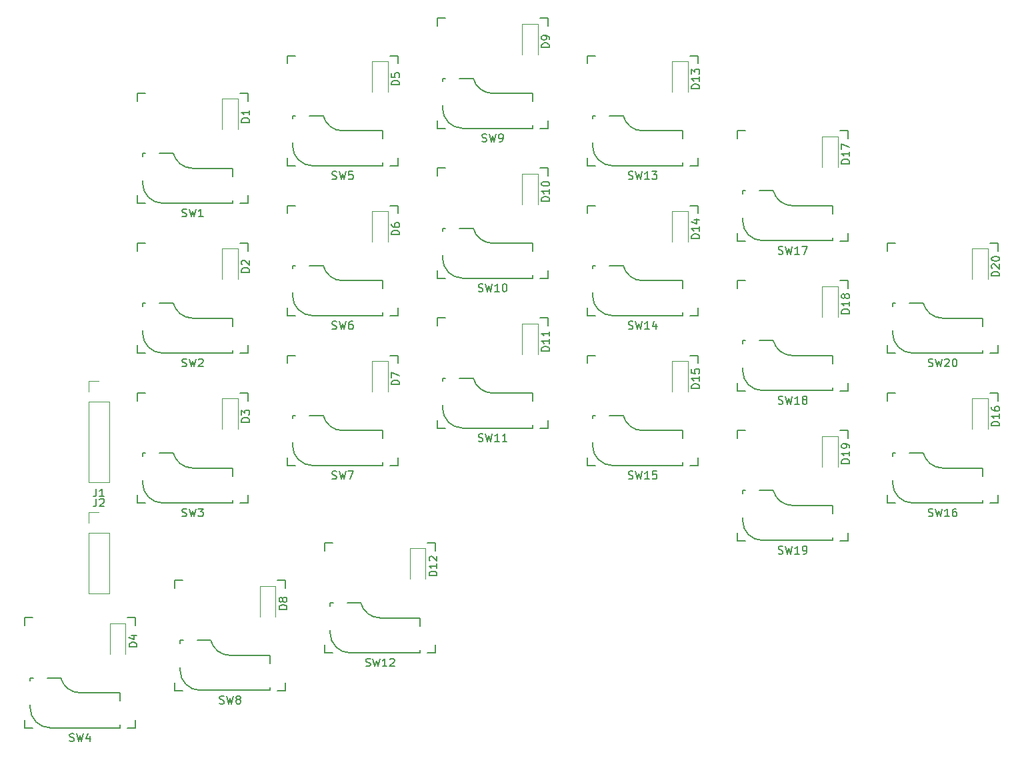
<source format=gto>
G04 #@! TF.GenerationSoftware,KiCad,Pcbnew,5.1.10-88a1d61d58~88~ubuntu18.04.1*
G04 #@! TF.CreationDate,2021-07-26T22:38:52+03:00*
G04 #@! TF.ProjectId,pcb,7063622e-6b69-4636-9164-5f7063625858,rev?*
G04 #@! TF.SameCoordinates,Original*
G04 #@! TF.FileFunction,Legend,Top*
G04 #@! TF.FilePolarity,Positive*
%FSLAX46Y46*%
G04 Gerber Fmt 4.6, Leading zero omitted, Abs format (unit mm)*
G04 Created by KiCad (PCBNEW 5.1.10-88a1d61d58~88~ubuntu18.04.1) date 2021-07-26 22:38:52*
%MOMM*%
%LPD*%
G01*
G04 APERTURE LIST*
%ADD10C,0.150000*%
%ADD11C,0.120000*%
G04 APERTURE END LIST*
D10*
X102538000Y40625000D02*
X102538000Y41625000D01*
X103538000Y54625000D02*
X102538000Y54625000D01*
X102538000Y40625000D02*
X103538000Y40625000D01*
X102538000Y53625000D02*
X102538000Y54625000D01*
X116538000Y54625000D02*
X116538000Y53625000D01*
X115538000Y40625000D02*
X116538000Y40625000D01*
X116538000Y54625000D02*
X115538000Y54625000D01*
X116538000Y41625000D02*
X116538000Y40625000D01*
X83487500Y16812500D02*
X83487500Y17812500D01*
X84487500Y30812500D02*
X83487500Y30812500D01*
X83487500Y16812500D02*
X84487500Y16812500D01*
X83487500Y29812500D02*
X83487500Y30812500D01*
X97487500Y30812500D02*
X97487500Y29812500D01*
X96487500Y16812500D02*
X97487500Y16812500D01*
X97487500Y30812500D02*
X96487500Y30812500D01*
X97487500Y17812500D02*
X97487500Y16812500D01*
X83487500Y35862500D02*
X83487500Y36862500D01*
X84487500Y49862500D02*
X83487500Y49862500D01*
X83487500Y35862500D02*
X84487500Y35862500D01*
X83487500Y48862500D02*
X83487500Y49862500D01*
X97487500Y49862500D02*
X97487500Y48862500D01*
X96487500Y35862500D02*
X97487500Y35862500D01*
X97487500Y49862500D02*
X96487500Y49862500D01*
X97487500Y36862500D02*
X97487500Y35862500D01*
X83487500Y54912500D02*
X83487500Y55912500D01*
X84487500Y68912500D02*
X83487500Y68912500D01*
X83487500Y54912500D02*
X84487500Y54912500D01*
X83487500Y67912500D02*
X83487500Y68912500D01*
X97487500Y68912500D02*
X97487500Y67912500D01*
X96487500Y54912500D02*
X97487500Y54912500D01*
X97487500Y68912500D02*
X96487500Y68912500D01*
X97487500Y55912500D02*
X97487500Y54912500D01*
X102538000Y21575000D02*
X102538000Y22575000D01*
X103538000Y35575000D02*
X102538000Y35575000D01*
X102538000Y21575000D02*
X103538000Y21575000D01*
X102538000Y34575000D02*
X102538000Y35575000D01*
X116538000Y35575000D02*
X116538000Y34575000D01*
X115538000Y21575000D02*
X116538000Y21575000D01*
X116538000Y35575000D02*
X115538000Y35575000D01*
X116538000Y22575000D02*
X116538000Y21575000D01*
X64437500Y26337500D02*
X64437500Y27337500D01*
X65437500Y40337500D02*
X64437500Y40337500D01*
X64437500Y26337500D02*
X65437500Y26337500D01*
X64437500Y39337500D02*
X64437500Y40337500D01*
X78437500Y40337500D02*
X78437500Y39337500D01*
X77437500Y26337500D02*
X78437500Y26337500D01*
X78437500Y40337500D02*
X77437500Y40337500D01*
X78437500Y27337500D02*
X78437500Y26337500D01*
X64437500Y45387500D02*
X64437500Y46387500D01*
X65437500Y59387500D02*
X64437500Y59387500D01*
X64437500Y45387500D02*
X65437500Y45387500D01*
X64437500Y58387500D02*
X64437500Y59387500D01*
X78437500Y59387500D02*
X78437500Y58387500D01*
X77437500Y45387500D02*
X78437500Y45387500D01*
X78437500Y59387500D02*
X77437500Y59387500D01*
X78437500Y46387500D02*
X78437500Y45387500D01*
X64437500Y64437500D02*
X64437500Y65437500D01*
X65437500Y78437500D02*
X64437500Y78437500D01*
X64437500Y64437500D02*
X65437500Y64437500D01*
X64437500Y77437500D02*
X64437500Y78437500D01*
X78437500Y78437500D02*
X78437500Y77437500D01*
X77437500Y64437500D02*
X78437500Y64437500D01*
X78437500Y78437500D02*
X77437500Y78437500D01*
X78437500Y65437500D02*
X78437500Y64437500D01*
X31100000Y2525000D02*
X31100000Y3525000D01*
X32100000Y16525000D02*
X31100000Y16525000D01*
X31100000Y2525000D02*
X32100000Y2525000D01*
X31100000Y15525000D02*
X31100000Y16525000D01*
X45100000Y16525000D02*
X45100000Y15525000D01*
X44100000Y2525000D02*
X45100000Y2525000D01*
X45100000Y16525000D02*
X44100000Y16525000D01*
X45100000Y3525000D02*
X45100000Y2525000D01*
X45387500Y31100000D02*
X45387500Y32100000D01*
X46387500Y45100000D02*
X45387500Y45100000D01*
X45387500Y31100000D02*
X46387500Y31100000D01*
X45387500Y44100000D02*
X45387500Y45100000D01*
X59387500Y45100000D02*
X59387500Y44100000D01*
X58387500Y31100000D02*
X59387500Y31100000D01*
X59387500Y45100000D02*
X58387500Y45100000D01*
X59387500Y32100000D02*
X59387500Y31100000D01*
X45387500Y50150000D02*
X45387500Y51150000D01*
X46387500Y64150000D02*
X45387500Y64150000D01*
X45387500Y50150000D02*
X46387500Y50150000D01*
X45387500Y63150000D02*
X45387500Y64150000D01*
X59387500Y64150000D02*
X59387500Y63150000D01*
X58387500Y50150000D02*
X59387500Y50150000D01*
X59387500Y64150000D02*
X58387500Y64150000D01*
X59387500Y51150000D02*
X59387500Y50150000D01*
X45387500Y69200000D02*
X45387500Y70200000D01*
X46387500Y83200000D02*
X45387500Y83200000D01*
X45387500Y69200000D02*
X46387500Y69200000D01*
X45387500Y82200000D02*
X45387500Y83200000D01*
X59387500Y83200000D02*
X59387500Y82200000D01*
X58387500Y69200000D02*
X59387500Y69200000D01*
X59387500Y83200000D02*
X58387500Y83200000D01*
X59387500Y70200000D02*
X59387500Y69200000D01*
X12050000Y-2237500D02*
X12050000Y-1237500D01*
X13050000Y11762500D02*
X12050000Y11762500D01*
X12050000Y-2237500D02*
X13050000Y-2237500D01*
X12050000Y10762500D02*
X12050000Y11762500D01*
X26050000Y11762500D02*
X26050000Y10762500D01*
X25050000Y-2237500D02*
X26050000Y-2237500D01*
X26050000Y11762500D02*
X25050000Y11762500D01*
X26050000Y-1237500D02*
X26050000Y-2237500D01*
X26337500Y26337500D02*
X26337500Y27337500D01*
X27337500Y40337500D02*
X26337500Y40337500D01*
X26337500Y26337500D02*
X27337500Y26337500D01*
X26337500Y39337500D02*
X26337500Y40337500D01*
X40337500Y40337500D02*
X40337500Y39337500D01*
X39337500Y26337500D02*
X40337500Y26337500D01*
X40337500Y40337500D02*
X39337500Y40337500D01*
X40337500Y27337500D02*
X40337500Y26337500D01*
X26337500Y45387500D02*
X26337500Y46387500D01*
X27337500Y59387500D02*
X26337500Y59387500D01*
X26337500Y45387500D02*
X27337500Y45387500D01*
X26337500Y58387500D02*
X26337500Y59387500D01*
X40337500Y59387500D02*
X40337500Y58387500D01*
X39337500Y45387500D02*
X40337500Y45387500D01*
X40337500Y59387500D02*
X39337500Y59387500D01*
X40337500Y46387500D02*
X40337500Y45387500D01*
X26337500Y64437500D02*
X26337500Y65437500D01*
X27337500Y78437500D02*
X26337500Y78437500D01*
X26337500Y64437500D02*
X27337500Y64437500D01*
X26337500Y77437500D02*
X26337500Y78437500D01*
X40337500Y78437500D02*
X40337500Y77437500D01*
X39337500Y64437500D02*
X40337500Y64437500D01*
X40337500Y78437500D02*
X39337500Y78437500D01*
X40337500Y65437500D02*
X40337500Y64437500D01*
X-7000000Y-7000000D02*
X-7000000Y-6000000D01*
X-6000000Y7000000D02*
X-7000000Y7000000D01*
X-7000000Y-7000000D02*
X-6000000Y-7000000D01*
X-7000000Y6000000D02*
X-7000000Y7000000D01*
X7000000Y7000000D02*
X7000000Y6000000D01*
X6000000Y-7000000D02*
X7000000Y-7000000D01*
X7000000Y7000000D02*
X6000000Y7000000D01*
X7000000Y-6000000D02*
X7000000Y-7000000D01*
X7287500Y21575000D02*
X7287500Y22575000D01*
X8287500Y35575000D02*
X7287500Y35575000D01*
X7287500Y21575000D02*
X8287500Y21575000D01*
X7287500Y34575000D02*
X7287500Y35575000D01*
X21287500Y35575000D02*
X21287500Y34575000D01*
X20287500Y21575000D02*
X21287500Y21575000D01*
X21287500Y35575000D02*
X20287500Y35575000D01*
X21287500Y22575000D02*
X21287500Y21575000D01*
X7287500Y40625000D02*
X7287500Y41625000D01*
X8287500Y54625000D02*
X7287500Y54625000D01*
X7287500Y40625000D02*
X8287500Y40625000D01*
X7287500Y53625000D02*
X7287500Y54625000D01*
X21287500Y54625000D02*
X21287500Y53625000D01*
X20287500Y40625000D02*
X21287500Y40625000D01*
X21287500Y54625000D02*
X20287500Y54625000D01*
X21287500Y41625000D02*
X21287500Y40625000D01*
X7287500Y59675000D02*
X7287500Y60675000D01*
X8287500Y73675000D02*
X7287500Y73675000D01*
X7287500Y59675000D02*
X8287500Y59675000D01*
X7287500Y72675000D02*
X7287500Y73675000D01*
X21287500Y73675000D02*
X21287500Y72675000D01*
X20287500Y59675000D02*
X21287500Y59675000D01*
X21287500Y73675000D02*
X20287500Y73675000D01*
X21287500Y60675000D02*
X21287500Y59675000D01*
X114618000Y40640000D02*
X114618000Y41021000D01*
X105728000Y40640000D02*
X114618000Y40640000D01*
X103188000Y43180000D02*
X103188000Y43561000D01*
X103569000Y46990000D02*
X103188000Y46990000D01*
X107073838Y46990000D02*
X105347000Y46990000D01*
X114618000Y45085000D02*
X109538000Y45085000D01*
X114618000Y44069000D02*
X114618000Y45085000D01*
X103188000Y46609000D02*
X103188000Y46990000D01*
X107073838Y47008960D02*
G75*
G03*
X109538000Y45085000I2464162J616040D01*
G01*
X103188000Y43180000D02*
G75*
G03*
X105728000Y40640000I2540000J0D01*
G01*
X95567500Y16827500D02*
X95567500Y17208500D01*
X86677500Y16827500D02*
X95567500Y16827500D01*
X84137500Y19367500D02*
X84137500Y19748500D01*
X84518500Y23177500D02*
X84137500Y23177500D01*
X88023338Y23177500D02*
X86296500Y23177500D01*
X95567500Y21272500D02*
X90487500Y21272500D01*
X95567500Y20256500D02*
X95567500Y21272500D01*
X84137500Y22796500D02*
X84137500Y23177500D01*
X88023338Y23196460D02*
G75*
G03*
X90487500Y21272500I2464162J616040D01*
G01*
X84137500Y19367500D02*
G75*
G03*
X86677500Y16827500I2540000J0D01*
G01*
X95567500Y35877500D02*
X95567500Y36258500D01*
X86677500Y35877500D02*
X95567500Y35877500D01*
X84137500Y38417500D02*
X84137500Y38798500D01*
X84518500Y42227500D02*
X84137500Y42227500D01*
X88023338Y42227500D02*
X86296500Y42227500D01*
X95567500Y40322500D02*
X90487500Y40322500D01*
X95567500Y39306500D02*
X95567500Y40322500D01*
X84137500Y41846500D02*
X84137500Y42227500D01*
X88023338Y42246460D02*
G75*
G03*
X90487500Y40322500I2464162J616040D01*
G01*
X84137500Y38417500D02*
G75*
G03*
X86677500Y35877500I2540000J0D01*
G01*
X95567500Y54927500D02*
X95567500Y55308500D01*
X86677500Y54927500D02*
X95567500Y54927500D01*
X84137500Y57467500D02*
X84137500Y57848500D01*
X84518500Y61277500D02*
X84137500Y61277500D01*
X88023338Y61277500D02*
X86296500Y61277500D01*
X95567500Y59372500D02*
X90487500Y59372500D01*
X95567500Y58356500D02*
X95567500Y59372500D01*
X84137500Y60896500D02*
X84137500Y61277500D01*
X88023338Y61296460D02*
G75*
G03*
X90487500Y59372500I2464162J616040D01*
G01*
X84137500Y57467500D02*
G75*
G03*
X86677500Y54927500I2540000J0D01*
G01*
X114618000Y21590000D02*
X114618000Y21971000D01*
X105728000Y21590000D02*
X114618000Y21590000D01*
X103188000Y24130000D02*
X103188000Y24511000D01*
X103569000Y27940000D02*
X103188000Y27940000D01*
X107073838Y27940000D02*
X105347000Y27940000D01*
X114618000Y26035000D02*
X109538000Y26035000D01*
X114618000Y25019000D02*
X114618000Y26035000D01*
X103188000Y27559000D02*
X103188000Y27940000D01*
X107073838Y27958960D02*
G75*
G03*
X109538000Y26035000I2464162J616040D01*
G01*
X103188000Y24130000D02*
G75*
G03*
X105728000Y21590000I2540000J0D01*
G01*
X76517500Y26352500D02*
X76517500Y26733500D01*
X67627500Y26352500D02*
X76517500Y26352500D01*
X65087500Y28892500D02*
X65087500Y29273500D01*
X65468500Y32702500D02*
X65087500Y32702500D01*
X68973338Y32702500D02*
X67246500Y32702500D01*
X76517500Y30797500D02*
X71437500Y30797500D01*
X76517500Y29781500D02*
X76517500Y30797500D01*
X65087500Y32321500D02*
X65087500Y32702500D01*
X68973338Y32721460D02*
G75*
G03*
X71437500Y30797500I2464162J616040D01*
G01*
X65087500Y28892500D02*
G75*
G03*
X67627500Y26352500I2540000J0D01*
G01*
X76517500Y45402500D02*
X76517500Y45783500D01*
X67627500Y45402500D02*
X76517500Y45402500D01*
X65087500Y47942500D02*
X65087500Y48323500D01*
X65468500Y51752500D02*
X65087500Y51752500D01*
X68973338Y51752500D02*
X67246500Y51752500D01*
X76517500Y49847500D02*
X71437500Y49847500D01*
X76517500Y48831500D02*
X76517500Y49847500D01*
X65087500Y51371500D02*
X65087500Y51752500D01*
X68973338Y51771460D02*
G75*
G03*
X71437500Y49847500I2464162J616040D01*
G01*
X65087500Y47942500D02*
G75*
G03*
X67627500Y45402500I2540000J0D01*
G01*
X76517500Y64452500D02*
X76517500Y64833500D01*
X67627500Y64452500D02*
X76517500Y64452500D01*
X65087500Y66992500D02*
X65087500Y67373500D01*
X65468500Y70802500D02*
X65087500Y70802500D01*
X68973338Y70802500D02*
X67246500Y70802500D01*
X76517500Y68897500D02*
X71437500Y68897500D01*
X76517500Y67881500D02*
X76517500Y68897500D01*
X65087500Y70421500D02*
X65087500Y70802500D01*
X68973338Y70821460D02*
G75*
G03*
X71437500Y68897500I2464162J616040D01*
G01*
X65087500Y66992500D02*
G75*
G03*
X67627500Y64452500I2540000J0D01*
G01*
X43180000Y2540000D02*
X43180000Y2921000D01*
X34290000Y2540000D02*
X43180000Y2540000D01*
X31750000Y5080000D02*
X31750000Y5461000D01*
X32131000Y8890000D02*
X31750000Y8890000D01*
X35635838Y8890000D02*
X33909000Y8890000D01*
X43180000Y6985000D02*
X38100000Y6985000D01*
X43180000Y5969000D02*
X43180000Y6985000D01*
X31750000Y8509000D02*
X31750000Y8890000D01*
X35635838Y8908960D02*
G75*
G03*
X38100000Y6985000I2464162J616040D01*
G01*
X31750000Y5080000D02*
G75*
G03*
X34290000Y2540000I2540000J0D01*
G01*
X57467500Y31115000D02*
X57467500Y31496000D01*
X48577500Y31115000D02*
X57467500Y31115000D01*
X46037500Y33655000D02*
X46037500Y34036000D01*
X46418500Y37465000D02*
X46037500Y37465000D01*
X49923338Y37465000D02*
X48196500Y37465000D01*
X57467500Y35560000D02*
X52387500Y35560000D01*
X57467500Y34544000D02*
X57467500Y35560000D01*
X46037500Y37084000D02*
X46037500Y37465000D01*
X49923338Y37483960D02*
G75*
G03*
X52387500Y35560000I2464162J616040D01*
G01*
X46037500Y33655000D02*
G75*
G03*
X48577500Y31115000I2540000J0D01*
G01*
X57467500Y50165000D02*
X57467500Y50546000D01*
X48577500Y50165000D02*
X57467500Y50165000D01*
X46037500Y52705000D02*
X46037500Y53086000D01*
X46418500Y56515000D02*
X46037500Y56515000D01*
X49923338Y56515000D02*
X48196500Y56515000D01*
X57467500Y54610000D02*
X52387500Y54610000D01*
X57467500Y53594000D02*
X57467500Y54610000D01*
X46037500Y56134000D02*
X46037500Y56515000D01*
X49923338Y56533960D02*
G75*
G03*
X52387500Y54610000I2464162J616040D01*
G01*
X46037500Y52705000D02*
G75*
G03*
X48577500Y50165000I2540000J0D01*
G01*
X57467500Y69215000D02*
X57467500Y69596000D01*
X48577500Y69215000D02*
X57467500Y69215000D01*
X46037500Y71755000D02*
X46037500Y72136000D01*
X46418500Y75565000D02*
X46037500Y75565000D01*
X49923338Y75565000D02*
X48196500Y75565000D01*
X57467500Y73660000D02*
X52387500Y73660000D01*
X57467500Y72644000D02*
X57467500Y73660000D01*
X46037500Y75184000D02*
X46037500Y75565000D01*
X49923338Y75583960D02*
G75*
G03*
X52387500Y73660000I2464162J616040D01*
G01*
X46037500Y71755000D02*
G75*
G03*
X48577500Y69215000I2540000J0D01*
G01*
X24130000Y-2222500D02*
X24130000Y-1841500D01*
X15240000Y-2222500D02*
X24130000Y-2222500D01*
X12700000Y317500D02*
X12700000Y698500D01*
X13081000Y4127500D02*
X12700000Y4127500D01*
X16585838Y4127500D02*
X14859000Y4127500D01*
X24130000Y2222500D02*
X19050000Y2222500D01*
X24130000Y1206500D02*
X24130000Y2222500D01*
X12700000Y3746500D02*
X12700000Y4127500D01*
X16585838Y4146460D02*
G75*
G03*
X19050000Y2222500I2464162J616040D01*
G01*
X12700000Y317500D02*
G75*
G03*
X15240000Y-2222500I2540000J0D01*
G01*
X38417500Y26352500D02*
X38417500Y26733500D01*
X29527500Y26352500D02*
X38417500Y26352500D01*
X26987500Y28892500D02*
X26987500Y29273500D01*
X27368500Y32702500D02*
X26987500Y32702500D01*
X30873338Y32702500D02*
X29146500Y32702500D01*
X38417500Y30797500D02*
X33337500Y30797500D01*
X38417500Y29781500D02*
X38417500Y30797500D01*
X26987500Y32321500D02*
X26987500Y32702500D01*
X30873338Y32721460D02*
G75*
G03*
X33337500Y30797500I2464162J616040D01*
G01*
X26987500Y28892500D02*
G75*
G03*
X29527500Y26352500I2540000J0D01*
G01*
X38417500Y45402500D02*
X38417500Y45783500D01*
X29527500Y45402500D02*
X38417500Y45402500D01*
X26987500Y47942500D02*
X26987500Y48323500D01*
X27368500Y51752500D02*
X26987500Y51752500D01*
X30873338Y51752500D02*
X29146500Y51752500D01*
X38417500Y49847500D02*
X33337500Y49847500D01*
X38417500Y48831500D02*
X38417500Y49847500D01*
X26987500Y51371500D02*
X26987500Y51752500D01*
X30873338Y51771460D02*
G75*
G03*
X33337500Y49847500I2464162J616040D01*
G01*
X26987500Y47942500D02*
G75*
G03*
X29527500Y45402500I2540000J0D01*
G01*
X38417500Y64452500D02*
X38417500Y64833500D01*
X29527500Y64452500D02*
X38417500Y64452500D01*
X26987500Y66992500D02*
X26987500Y67373500D01*
X27368500Y70802500D02*
X26987500Y70802500D01*
X30873338Y70802500D02*
X29146500Y70802500D01*
X38417500Y68897500D02*
X33337500Y68897500D01*
X38417500Y67881500D02*
X38417500Y68897500D01*
X26987500Y70421500D02*
X26987500Y70802500D01*
X30873338Y70821460D02*
G75*
G03*
X33337500Y68897500I2464162J616040D01*
G01*
X26987500Y66992500D02*
G75*
G03*
X29527500Y64452500I2540000J0D01*
G01*
X5080000Y-6985000D02*
X5080000Y-6604000D01*
X-3810000Y-6985000D02*
X5080000Y-6985000D01*
X-6350000Y-4445000D02*
X-6350000Y-4064000D01*
X-5969000Y-635000D02*
X-6350000Y-635000D01*
X-2464162Y-635000D02*
X-4191000Y-635000D01*
X5080000Y-2540000D02*
X0Y-2540000D01*
X5080000Y-3556000D02*
X5080000Y-2540000D01*
X-6350000Y-1016000D02*
X-6350000Y-635000D01*
X-2464162Y-616040D02*
G75*
G03*
X0Y-2540000I2464162J616040D01*
G01*
X-6350000Y-4445000D02*
G75*
G03*
X-3810000Y-6985000I2540000J0D01*
G01*
X19367500Y21590000D02*
X19367500Y21971000D01*
X10477500Y21590000D02*
X19367500Y21590000D01*
X7937500Y24130000D02*
X7937500Y24511000D01*
X8318500Y27940000D02*
X7937500Y27940000D01*
X11823338Y27940000D02*
X10096500Y27940000D01*
X19367500Y26035000D02*
X14287500Y26035000D01*
X19367500Y25019000D02*
X19367500Y26035000D01*
X7937500Y27559000D02*
X7937500Y27940000D01*
X11823338Y27958960D02*
G75*
G03*
X14287500Y26035000I2464162J616040D01*
G01*
X7937500Y24130000D02*
G75*
G03*
X10477500Y21590000I2540000J0D01*
G01*
X19367500Y40640000D02*
X19367500Y41021000D01*
X10477500Y40640000D02*
X19367500Y40640000D01*
X7937500Y43180000D02*
X7937500Y43561000D01*
X8318500Y46990000D02*
X7937500Y46990000D01*
X11823338Y46990000D02*
X10096500Y46990000D01*
X19367500Y45085000D02*
X14287500Y45085000D01*
X19367500Y44069000D02*
X19367500Y45085000D01*
X7937500Y46609000D02*
X7937500Y46990000D01*
X11823338Y47008960D02*
G75*
G03*
X14287500Y45085000I2464162J616040D01*
G01*
X7937500Y43180000D02*
G75*
G03*
X10477500Y40640000I2540000J0D01*
G01*
X19367500Y59690000D02*
X19367500Y60071000D01*
X10477500Y59690000D02*
X19367500Y59690000D01*
X7937500Y62230000D02*
X7937500Y62611000D01*
X8318500Y66040000D02*
X7937500Y66040000D01*
X11823338Y66040000D02*
X10096500Y66040000D01*
X19367500Y64135000D02*
X14287500Y64135000D01*
X19367500Y63119000D02*
X19367500Y64135000D01*
X7937500Y65659000D02*
X7937500Y66040000D01*
X11823338Y66058960D02*
G75*
G03*
X14287500Y64135000I2464162J616040D01*
G01*
X7937500Y62230000D02*
G75*
G03*
X10477500Y59690000I2540000J0D01*
G01*
D11*
X1051300Y20380000D02*
X2381300Y20380000D01*
X1051300Y19050000D02*
X1051300Y20380000D01*
X1051300Y17780000D02*
X3711300Y17780000D01*
X3711300Y17780000D02*
X3711300Y10100000D01*
X1051300Y17780000D02*
X1051300Y10100000D01*
X1051300Y10100000D02*
X3711300Y10100000D01*
X1051300Y37048800D02*
X2381300Y37048800D01*
X1051300Y35718800D02*
X1051300Y37048800D01*
X1051300Y34448800D02*
X3711300Y34448800D01*
X3711300Y34448800D02*
X3711300Y24228800D01*
X1051300Y34448800D02*
X1051300Y24228800D01*
X1051300Y24228800D02*
X3711300Y24228800D01*
X115300000Y53906200D02*
X115300000Y50006200D01*
X113300000Y53906200D02*
X113300000Y50006200D01*
X115300000Y53906200D02*
X113300000Y53906200D01*
X96250000Y30093800D02*
X94250000Y30093800D01*
X94250000Y30093800D02*
X94250000Y26193800D01*
X96250000Y30093800D02*
X96250000Y26193800D01*
X96250000Y49143800D02*
X96250000Y45243800D01*
X94250000Y49143800D02*
X94250000Y45243800D01*
X96250000Y49143800D02*
X94250000Y49143800D01*
X96250000Y68193800D02*
X96250000Y64293800D01*
X94250000Y68193800D02*
X94250000Y64293800D01*
X96250000Y68193800D02*
X94250000Y68193800D01*
X115300000Y34856200D02*
X115300000Y30956200D01*
X113300000Y34856200D02*
X113300000Y30956200D01*
X115300000Y34856200D02*
X113300000Y34856200D01*
X77200000Y39618800D02*
X77200000Y35718800D01*
X75200000Y39618800D02*
X75200000Y35718800D01*
X77200000Y39618800D02*
X75200000Y39618800D01*
X77200000Y58668800D02*
X77200000Y54768800D01*
X75200000Y58668800D02*
X75200000Y54768800D01*
X77200000Y58668800D02*
X75200000Y58668800D01*
X77200000Y77718800D02*
X77200000Y73818800D01*
X75200000Y77718800D02*
X75200000Y73818800D01*
X77200000Y77718800D02*
X75200000Y77718800D01*
X43862500Y15806200D02*
X43862500Y11906200D01*
X41862500Y15806200D02*
X41862500Y11906200D01*
X43862500Y15806200D02*
X41862500Y15806200D01*
X58150000Y44381200D02*
X58150000Y40481200D01*
X56150000Y44381200D02*
X56150000Y40481200D01*
X58150000Y44381200D02*
X56150000Y44381200D01*
X58150000Y63431200D02*
X58150000Y59531200D01*
X56150000Y63431200D02*
X56150000Y59531200D01*
X58150000Y63431200D02*
X56150000Y63431200D01*
X58150000Y82481200D02*
X58150000Y78581200D01*
X56150000Y82481200D02*
X56150000Y78581200D01*
X58150000Y82481200D02*
X56150000Y82481200D01*
X24812500Y11043800D02*
X24812500Y7143800D01*
X22812500Y11043800D02*
X22812500Y7143800D01*
X24812500Y11043800D02*
X22812500Y11043800D01*
X39100000Y39618800D02*
X39100000Y35718800D01*
X37100000Y39618800D02*
X37100000Y35718800D01*
X39100000Y39618800D02*
X37100000Y39618800D01*
X39100000Y58668800D02*
X39100000Y54768800D01*
X37100000Y58668800D02*
X37100000Y54768800D01*
X39100000Y58668800D02*
X37100000Y58668800D01*
X39100000Y77718800D02*
X39100000Y73818800D01*
X37100000Y77718800D02*
X37100000Y73818800D01*
X39100000Y77718800D02*
X37100000Y77718800D01*
X5762500Y6281300D02*
X5762500Y2381300D01*
X3762500Y6281300D02*
X3762500Y2381300D01*
X5762500Y6281300D02*
X3762500Y6281300D01*
X20050000Y34856200D02*
X20050000Y30956200D01*
X18050000Y34856200D02*
X18050000Y30956200D01*
X20050000Y34856200D02*
X18050000Y34856200D01*
X20050000Y53906200D02*
X20050000Y50006200D01*
X18050000Y53906200D02*
X18050000Y50006200D01*
X20050000Y53906200D02*
X18050000Y53906200D01*
X20050000Y72956200D02*
X20050000Y69056200D01*
X18050000Y72956200D02*
X18050000Y69056200D01*
X20050000Y72956200D02*
X18050000Y72956200D01*
D10*
X107728476Y38965238D02*
X107871333Y38917619D01*
X108109428Y38917619D01*
X108204666Y38965238D01*
X108252285Y39012857D01*
X108299904Y39108095D01*
X108299904Y39203333D01*
X108252285Y39298571D01*
X108204666Y39346190D01*
X108109428Y39393809D01*
X107918952Y39441428D01*
X107823714Y39489047D01*
X107776095Y39536666D01*
X107728476Y39631904D01*
X107728476Y39727142D01*
X107776095Y39822380D01*
X107823714Y39870000D01*
X107918952Y39917619D01*
X108157047Y39917619D01*
X108299904Y39870000D01*
X108633238Y39917619D02*
X108871333Y38917619D01*
X109061809Y39631904D01*
X109252285Y38917619D01*
X109490380Y39917619D01*
X109823714Y39822380D02*
X109871333Y39870000D01*
X109966571Y39917619D01*
X110204666Y39917619D01*
X110299904Y39870000D01*
X110347523Y39822380D01*
X110395142Y39727142D01*
X110395142Y39631904D01*
X110347523Y39489047D01*
X109776095Y38917619D01*
X110395142Y38917619D01*
X111014190Y39917619D02*
X111109428Y39917619D01*
X111204666Y39870000D01*
X111252285Y39822380D01*
X111299904Y39727142D01*
X111347523Y39536666D01*
X111347523Y39298571D01*
X111299904Y39108095D01*
X111252285Y39012857D01*
X111204666Y38965238D01*
X111109428Y38917619D01*
X111014190Y38917619D01*
X110918952Y38965238D01*
X110871333Y39012857D01*
X110823714Y39108095D01*
X110776095Y39298571D01*
X110776095Y39536666D01*
X110823714Y39727142D01*
X110871333Y39822380D01*
X110918952Y39870000D01*
X111014190Y39917619D01*
X88677976Y15152738D02*
X88820833Y15105119D01*
X89058928Y15105119D01*
X89154166Y15152738D01*
X89201785Y15200357D01*
X89249404Y15295595D01*
X89249404Y15390833D01*
X89201785Y15486071D01*
X89154166Y15533690D01*
X89058928Y15581309D01*
X88868452Y15628928D01*
X88773214Y15676547D01*
X88725595Y15724166D01*
X88677976Y15819404D01*
X88677976Y15914642D01*
X88725595Y16009880D01*
X88773214Y16057500D01*
X88868452Y16105119D01*
X89106547Y16105119D01*
X89249404Y16057500D01*
X89582738Y16105119D02*
X89820833Y15105119D01*
X90011309Y15819404D01*
X90201785Y15105119D01*
X90439880Y16105119D01*
X91344642Y15105119D02*
X90773214Y15105119D01*
X91058928Y15105119D02*
X91058928Y16105119D01*
X90963690Y15962261D01*
X90868452Y15867023D01*
X90773214Y15819404D01*
X91820833Y15105119D02*
X92011309Y15105119D01*
X92106547Y15152738D01*
X92154166Y15200357D01*
X92249404Y15343214D01*
X92297023Y15533690D01*
X92297023Y15914642D01*
X92249404Y16009880D01*
X92201785Y16057500D01*
X92106547Y16105119D01*
X91916071Y16105119D01*
X91820833Y16057500D01*
X91773214Y16009880D01*
X91725595Y15914642D01*
X91725595Y15676547D01*
X91773214Y15581309D01*
X91820833Y15533690D01*
X91916071Y15486071D01*
X92106547Y15486071D01*
X92201785Y15533690D01*
X92249404Y15581309D01*
X92297023Y15676547D01*
X88677976Y34202738D02*
X88820833Y34155119D01*
X89058928Y34155119D01*
X89154166Y34202738D01*
X89201785Y34250357D01*
X89249404Y34345595D01*
X89249404Y34440833D01*
X89201785Y34536071D01*
X89154166Y34583690D01*
X89058928Y34631309D01*
X88868452Y34678928D01*
X88773214Y34726547D01*
X88725595Y34774166D01*
X88677976Y34869404D01*
X88677976Y34964642D01*
X88725595Y35059880D01*
X88773214Y35107500D01*
X88868452Y35155119D01*
X89106547Y35155119D01*
X89249404Y35107500D01*
X89582738Y35155119D02*
X89820833Y34155119D01*
X90011309Y34869404D01*
X90201785Y34155119D01*
X90439880Y35155119D01*
X91344642Y34155119D02*
X90773214Y34155119D01*
X91058928Y34155119D02*
X91058928Y35155119D01*
X90963690Y35012261D01*
X90868452Y34917023D01*
X90773214Y34869404D01*
X91916071Y34726547D02*
X91820833Y34774166D01*
X91773214Y34821785D01*
X91725595Y34917023D01*
X91725595Y34964642D01*
X91773214Y35059880D01*
X91820833Y35107500D01*
X91916071Y35155119D01*
X92106547Y35155119D01*
X92201785Y35107500D01*
X92249404Y35059880D01*
X92297023Y34964642D01*
X92297023Y34917023D01*
X92249404Y34821785D01*
X92201785Y34774166D01*
X92106547Y34726547D01*
X91916071Y34726547D01*
X91820833Y34678928D01*
X91773214Y34631309D01*
X91725595Y34536071D01*
X91725595Y34345595D01*
X91773214Y34250357D01*
X91820833Y34202738D01*
X91916071Y34155119D01*
X92106547Y34155119D01*
X92201785Y34202738D01*
X92249404Y34250357D01*
X92297023Y34345595D01*
X92297023Y34536071D01*
X92249404Y34631309D01*
X92201785Y34678928D01*
X92106547Y34726547D01*
X88677976Y53252738D02*
X88820833Y53205119D01*
X89058928Y53205119D01*
X89154166Y53252738D01*
X89201785Y53300357D01*
X89249404Y53395595D01*
X89249404Y53490833D01*
X89201785Y53586071D01*
X89154166Y53633690D01*
X89058928Y53681309D01*
X88868452Y53728928D01*
X88773214Y53776547D01*
X88725595Y53824166D01*
X88677976Y53919404D01*
X88677976Y54014642D01*
X88725595Y54109880D01*
X88773214Y54157500D01*
X88868452Y54205119D01*
X89106547Y54205119D01*
X89249404Y54157500D01*
X89582738Y54205119D02*
X89820833Y53205119D01*
X90011309Y53919404D01*
X90201785Y53205119D01*
X90439880Y54205119D01*
X91344642Y53205119D02*
X90773214Y53205119D01*
X91058928Y53205119D02*
X91058928Y54205119D01*
X90963690Y54062261D01*
X90868452Y53967023D01*
X90773214Y53919404D01*
X91677976Y54205119D02*
X92344642Y54205119D01*
X91916071Y53205119D01*
X107728476Y19915238D02*
X107871333Y19867619D01*
X108109428Y19867619D01*
X108204666Y19915238D01*
X108252285Y19962857D01*
X108299904Y20058095D01*
X108299904Y20153333D01*
X108252285Y20248571D01*
X108204666Y20296190D01*
X108109428Y20343809D01*
X107918952Y20391428D01*
X107823714Y20439047D01*
X107776095Y20486666D01*
X107728476Y20581904D01*
X107728476Y20677142D01*
X107776095Y20772380D01*
X107823714Y20820000D01*
X107918952Y20867619D01*
X108157047Y20867619D01*
X108299904Y20820000D01*
X108633238Y20867619D02*
X108871333Y19867619D01*
X109061809Y20581904D01*
X109252285Y19867619D01*
X109490380Y20867619D01*
X110395142Y19867619D02*
X109823714Y19867619D01*
X110109428Y19867619D02*
X110109428Y20867619D01*
X110014190Y20724761D01*
X109918952Y20629523D01*
X109823714Y20581904D01*
X111252285Y20867619D02*
X111061809Y20867619D01*
X110966571Y20820000D01*
X110918952Y20772380D01*
X110823714Y20629523D01*
X110776095Y20439047D01*
X110776095Y20058095D01*
X110823714Y19962857D01*
X110871333Y19915238D01*
X110966571Y19867619D01*
X111157047Y19867619D01*
X111252285Y19915238D01*
X111299904Y19962857D01*
X111347523Y20058095D01*
X111347523Y20296190D01*
X111299904Y20391428D01*
X111252285Y20439047D01*
X111157047Y20486666D01*
X110966571Y20486666D01*
X110871333Y20439047D01*
X110823714Y20391428D01*
X110776095Y20296190D01*
X69627976Y24677738D02*
X69770833Y24630119D01*
X70008928Y24630119D01*
X70104166Y24677738D01*
X70151785Y24725357D01*
X70199404Y24820595D01*
X70199404Y24915833D01*
X70151785Y25011071D01*
X70104166Y25058690D01*
X70008928Y25106309D01*
X69818452Y25153928D01*
X69723214Y25201547D01*
X69675595Y25249166D01*
X69627976Y25344404D01*
X69627976Y25439642D01*
X69675595Y25534880D01*
X69723214Y25582500D01*
X69818452Y25630119D01*
X70056547Y25630119D01*
X70199404Y25582500D01*
X70532738Y25630119D02*
X70770833Y24630119D01*
X70961309Y25344404D01*
X71151785Y24630119D01*
X71389880Y25630119D01*
X72294642Y24630119D02*
X71723214Y24630119D01*
X72008928Y24630119D02*
X72008928Y25630119D01*
X71913690Y25487261D01*
X71818452Y25392023D01*
X71723214Y25344404D01*
X73199404Y25630119D02*
X72723214Y25630119D01*
X72675595Y25153928D01*
X72723214Y25201547D01*
X72818452Y25249166D01*
X73056547Y25249166D01*
X73151785Y25201547D01*
X73199404Y25153928D01*
X73247023Y25058690D01*
X73247023Y24820595D01*
X73199404Y24725357D01*
X73151785Y24677738D01*
X73056547Y24630119D01*
X72818452Y24630119D01*
X72723214Y24677738D01*
X72675595Y24725357D01*
X69627976Y43727738D02*
X69770833Y43680119D01*
X70008928Y43680119D01*
X70104166Y43727738D01*
X70151785Y43775357D01*
X70199404Y43870595D01*
X70199404Y43965833D01*
X70151785Y44061071D01*
X70104166Y44108690D01*
X70008928Y44156309D01*
X69818452Y44203928D01*
X69723214Y44251547D01*
X69675595Y44299166D01*
X69627976Y44394404D01*
X69627976Y44489642D01*
X69675595Y44584880D01*
X69723214Y44632500D01*
X69818452Y44680119D01*
X70056547Y44680119D01*
X70199404Y44632500D01*
X70532738Y44680119D02*
X70770833Y43680119D01*
X70961309Y44394404D01*
X71151785Y43680119D01*
X71389880Y44680119D01*
X72294642Y43680119D02*
X71723214Y43680119D01*
X72008928Y43680119D02*
X72008928Y44680119D01*
X71913690Y44537261D01*
X71818452Y44442023D01*
X71723214Y44394404D01*
X73151785Y44346785D02*
X73151785Y43680119D01*
X72913690Y44727738D02*
X72675595Y44013452D01*
X73294642Y44013452D01*
X69627976Y62777738D02*
X69770833Y62730119D01*
X70008928Y62730119D01*
X70104166Y62777738D01*
X70151785Y62825357D01*
X70199404Y62920595D01*
X70199404Y63015833D01*
X70151785Y63111071D01*
X70104166Y63158690D01*
X70008928Y63206309D01*
X69818452Y63253928D01*
X69723214Y63301547D01*
X69675595Y63349166D01*
X69627976Y63444404D01*
X69627976Y63539642D01*
X69675595Y63634880D01*
X69723214Y63682500D01*
X69818452Y63730119D01*
X70056547Y63730119D01*
X70199404Y63682500D01*
X70532738Y63730119D02*
X70770833Y62730119D01*
X70961309Y63444404D01*
X71151785Y62730119D01*
X71389880Y63730119D01*
X72294642Y62730119D02*
X71723214Y62730119D01*
X72008928Y62730119D02*
X72008928Y63730119D01*
X71913690Y63587261D01*
X71818452Y63492023D01*
X71723214Y63444404D01*
X72627976Y63730119D02*
X73247023Y63730119D01*
X72913690Y63349166D01*
X73056547Y63349166D01*
X73151785Y63301547D01*
X73199404Y63253928D01*
X73247023Y63158690D01*
X73247023Y62920595D01*
X73199404Y62825357D01*
X73151785Y62777738D01*
X73056547Y62730119D01*
X72770833Y62730119D01*
X72675595Y62777738D01*
X72627976Y62825357D01*
X36290476Y865238D02*
X36433333Y817619D01*
X36671428Y817619D01*
X36766666Y865238D01*
X36814285Y912857D01*
X36861904Y1008095D01*
X36861904Y1103333D01*
X36814285Y1198571D01*
X36766666Y1246190D01*
X36671428Y1293809D01*
X36480952Y1341428D01*
X36385714Y1389047D01*
X36338095Y1436666D01*
X36290476Y1531904D01*
X36290476Y1627142D01*
X36338095Y1722380D01*
X36385714Y1770000D01*
X36480952Y1817619D01*
X36719047Y1817619D01*
X36861904Y1770000D01*
X37195238Y1817619D02*
X37433333Y817619D01*
X37623809Y1531904D01*
X37814285Y817619D01*
X38052380Y1817619D01*
X38957142Y817619D02*
X38385714Y817619D01*
X38671428Y817619D02*
X38671428Y1817619D01*
X38576190Y1674761D01*
X38480952Y1579523D01*
X38385714Y1531904D01*
X39338095Y1722380D02*
X39385714Y1770000D01*
X39480952Y1817619D01*
X39719047Y1817619D01*
X39814285Y1770000D01*
X39861904Y1722380D01*
X39909523Y1627142D01*
X39909523Y1531904D01*
X39861904Y1389047D01*
X39290476Y817619D01*
X39909523Y817619D01*
X50577976Y29440238D02*
X50720833Y29392619D01*
X50958928Y29392619D01*
X51054166Y29440238D01*
X51101785Y29487857D01*
X51149404Y29583095D01*
X51149404Y29678333D01*
X51101785Y29773571D01*
X51054166Y29821190D01*
X50958928Y29868809D01*
X50768452Y29916428D01*
X50673214Y29964047D01*
X50625595Y30011666D01*
X50577976Y30106904D01*
X50577976Y30202142D01*
X50625595Y30297380D01*
X50673214Y30345000D01*
X50768452Y30392619D01*
X51006547Y30392619D01*
X51149404Y30345000D01*
X51482738Y30392619D02*
X51720833Y29392619D01*
X51911309Y30106904D01*
X52101785Y29392619D01*
X52339880Y30392619D01*
X53244642Y29392619D02*
X52673214Y29392619D01*
X52958928Y29392619D02*
X52958928Y30392619D01*
X52863690Y30249761D01*
X52768452Y30154523D01*
X52673214Y30106904D01*
X54197023Y29392619D02*
X53625595Y29392619D01*
X53911309Y29392619D02*
X53911309Y30392619D01*
X53816071Y30249761D01*
X53720833Y30154523D01*
X53625595Y30106904D01*
X50577976Y48490238D02*
X50720833Y48442619D01*
X50958928Y48442619D01*
X51054166Y48490238D01*
X51101785Y48537857D01*
X51149404Y48633095D01*
X51149404Y48728333D01*
X51101785Y48823571D01*
X51054166Y48871190D01*
X50958928Y48918809D01*
X50768452Y48966428D01*
X50673214Y49014047D01*
X50625595Y49061666D01*
X50577976Y49156904D01*
X50577976Y49252142D01*
X50625595Y49347380D01*
X50673214Y49395000D01*
X50768452Y49442619D01*
X51006547Y49442619D01*
X51149404Y49395000D01*
X51482738Y49442619D02*
X51720833Y48442619D01*
X51911309Y49156904D01*
X52101785Y48442619D01*
X52339880Y49442619D01*
X53244642Y48442619D02*
X52673214Y48442619D01*
X52958928Y48442619D02*
X52958928Y49442619D01*
X52863690Y49299761D01*
X52768452Y49204523D01*
X52673214Y49156904D01*
X53863690Y49442619D02*
X53958928Y49442619D01*
X54054166Y49395000D01*
X54101785Y49347380D01*
X54149404Y49252142D01*
X54197023Y49061666D01*
X54197023Y48823571D01*
X54149404Y48633095D01*
X54101785Y48537857D01*
X54054166Y48490238D01*
X53958928Y48442619D01*
X53863690Y48442619D01*
X53768452Y48490238D01*
X53720833Y48537857D01*
X53673214Y48633095D01*
X53625595Y48823571D01*
X53625595Y49061666D01*
X53673214Y49252142D01*
X53720833Y49347380D01*
X53768452Y49395000D01*
X53863690Y49442619D01*
X51054166Y67540238D02*
X51197023Y67492619D01*
X51435119Y67492619D01*
X51530357Y67540238D01*
X51577976Y67587857D01*
X51625595Y67683095D01*
X51625595Y67778333D01*
X51577976Y67873571D01*
X51530357Y67921190D01*
X51435119Y67968809D01*
X51244642Y68016428D01*
X51149404Y68064047D01*
X51101785Y68111666D01*
X51054166Y68206904D01*
X51054166Y68302142D01*
X51101785Y68397380D01*
X51149404Y68445000D01*
X51244642Y68492619D01*
X51482738Y68492619D01*
X51625595Y68445000D01*
X51958928Y68492619D02*
X52197023Y67492619D01*
X52387500Y68206904D01*
X52577976Y67492619D01*
X52816071Y68492619D01*
X53244642Y67492619D02*
X53435119Y67492619D01*
X53530357Y67540238D01*
X53577976Y67587857D01*
X53673214Y67730714D01*
X53720833Y67921190D01*
X53720833Y68302142D01*
X53673214Y68397380D01*
X53625595Y68445000D01*
X53530357Y68492619D01*
X53339880Y68492619D01*
X53244642Y68445000D01*
X53197023Y68397380D01*
X53149404Y68302142D01*
X53149404Y68064047D01*
X53197023Y67968809D01*
X53244642Y67921190D01*
X53339880Y67873571D01*
X53530357Y67873571D01*
X53625595Y67921190D01*
X53673214Y67968809D01*
X53720833Y68064047D01*
X17716666Y-3897261D02*
X17859523Y-3944880D01*
X18097619Y-3944880D01*
X18192857Y-3897261D01*
X18240476Y-3849642D01*
X18288095Y-3754404D01*
X18288095Y-3659166D01*
X18240476Y-3563928D01*
X18192857Y-3516309D01*
X18097619Y-3468690D01*
X17907142Y-3421071D01*
X17811904Y-3373452D01*
X17764285Y-3325833D01*
X17716666Y-3230595D01*
X17716666Y-3135357D01*
X17764285Y-3040119D01*
X17811904Y-2992500D01*
X17907142Y-2944880D01*
X18145238Y-2944880D01*
X18288095Y-2992500D01*
X18621428Y-2944880D02*
X18859523Y-3944880D01*
X19050000Y-3230595D01*
X19240476Y-3944880D01*
X19478571Y-2944880D01*
X20002380Y-3373452D02*
X19907142Y-3325833D01*
X19859523Y-3278214D01*
X19811904Y-3182976D01*
X19811904Y-3135357D01*
X19859523Y-3040119D01*
X19907142Y-2992500D01*
X20002380Y-2944880D01*
X20192857Y-2944880D01*
X20288095Y-2992500D01*
X20335714Y-3040119D01*
X20383333Y-3135357D01*
X20383333Y-3182976D01*
X20335714Y-3278214D01*
X20288095Y-3325833D01*
X20192857Y-3373452D01*
X20002380Y-3373452D01*
X19907142Y-3421071D01*
X19859523Y-3468690D01*
X19811904Y-3563928D01*
X19811904Y-3754404D01*
X19859523Y-3849642D01*
X19907142Y-3897261D01*
X20002380Y-3944880D01*
X20192857Y-3944880D01*
X20288095Y-3897261D01*
X20335714Y-3849642D01*
X20383333Y-3754404D01*
X20383333Y-3563928D01*
X20335714Y-3468690D01*
X20288095Y-3421071D01*
X20192857Y-3373452D01*
X32004166Y24677738D02*
X32147023Y24630119D01*
X32385119Y24630119D01*
X32480357Y24677738D01*
X32527976Y24725357D01*
X32575595Y24820595D01*
X32575595Y24915833D01*
X32527976Y25011071D01*
X32480357Y25058690D01*
X32385119Y25106309D01*
X32194642Y25153928D01*
X32099404Y25201547D01*
X32051785Y25249166D01*
X32004166Y25344404D01*
X32004166Y25439642D01*
X32051785Y25534880D01*
X32099404Y25582500D01*
X32194642Y25630119D01*
X32432738Y25630119D01*
X32575595Y25582500D01*
X32908928Y25630119D02*
X33147023Y24630119D01*
X33337500Y25344404D01*
X33527976Y24630119D01*
X33766071Y25630119D01*
X34051785Y25630119D02*
X34718452Y25630119D01*
X34289880Y24630119D01*
X32004166Y43727738D02*
X32147023Y43680119D01*
X32385119Y43680119D01*
X32480357Y43727738D01*
X32527976Y43775357D01*
X32575595Y43870595D01*
X32575595Y43965833D01*
X32527976Y44061071D01*
X32480357Y44108690D01*
X32385119Y44156309D01*
X32194642Y44203928D01*
X32099404Y44251547D01*
X32051785Y44299166D01*
X32004166Y44394404D01*
X32004166Y44489642D01*
X32051785Y44584880D01*
X32099404Y44632500D01*
X32194642Y44680119D01*
X32432738Y44680119D01*
X32575595Y44632500D01*
X32908928Y44680119D02*
X33147023Y43680119D01*
X33337500Y44394404D01*
X33527976Y43680119D01*
X33766071Y44680119D01*
X34575595Y44680119D02*
X34385119Y44680119D01*
X34289880Y44632500D01*
X34242261Y44584880D01*
X34147023Y44442023D01*
X34099404Y44251547D01*
X34099404Y43870595D01*
X34147023Y43775357D01*
X34194642Y43727738D01*
X34289880Y43680119D01*
X34480357Y43680119D01*
X34575595Y43727738D01*
X34623214Y43775357D01*
X34670833Y43870595D01*
X34670833Y44108690D01*
X34623214Y44203928D01*
X34575595Y44251547D01*
X34480357Y44299166D01*
X34289880Y44299166D01*
X34194642Y44251547D01*
X34147023Y44203928D01*
X34099404Y44108690D01*
X32004166Y62777738D02*
X32147023Y62730119D01*
X32385119Y62730119D01*
X32480357Y62777738D01*
X32527976Y62825357D01*
X32575595Y62920595D01*
X32575595Y63015833D01*
X32527976Y63111071D01*
X32480357Y63158690D01*
X32385119Y63206309D01*
X32194642Y63253928D01*
X32099404Y63301547D01*
X32051785Y63349166D01*
X32004166Y63444404D01*
X32004166Y63539642D01*
X32051785Y63634880D01*
X32099404Y63682500D01*
X32194642Y63730119D01*
X32432738Y63730119D01*
X32575595Y63682500D01*
X32908928Y63730119D02*
X33147023Y62730119D01*
X33337500Y63444404D01*
X33527976Y62730119D01*
X33766071Y63730119D01*
X34623214Y63730119D02*
X34147023Y63730119D01*
X34099404Y63253928D01*
X34147023Y63301547D01*
X34242261Y63349166D01*
X34480357Y63349166D01*
X34575595Y63301547D01*
X34623214Y63253928D01*
X34670833Y63158690D01*
X34670833Y62920595D01*
X34623214Y62825357D01*
X34575595Y62777738D01*
X34480357Y62730119D01*
X34242261Y62730119D01*
X34147023Y62777738D01*
X34099404Y62825357D01*
X-1333333Y-8659761D02*
X-1190476Y-8707380D01*
X-952380Y-8707380D01*
X-857142Y-8659761D01*
X-809523Y-8612142D01*
X-761904Y-8516904D01*
X-761904Y-8421666D01*
X-809523Y-8326428D01*
X-857142Y-8278809D01*
X-952380Y-8231190D01*
X-1142857Y-8183571D01*
X-1238095Y-8135952D01*
X-1285714Y-8088333D01*
X-1333333Y-7993095D01*
X-1333333Y-7897857D01*
X-1285714Y-7802619D01*
X-1238095Y-7755000D01*
X-1142857Y-7707380D01*
X-904761Y-7707380D01*
X-761904Y-7755000D01*
X-428571Y-7707380D02*
X-190476Y-8707380D01*
X0Y-7993095D01*
X190476Y-8707380D01*
X428571Y-7707380D01*
X1238095Y-8040714D02*
X1238095Y-8707380D01*
X1000000Y-7659761D02*
X761904Y-8374047D01*
X1380952Y-8374047D01*
X12954166Y19915238D02*
X13097023Y19867619D01*
X13335119Y19867619D01*
X13430357Y19915238D01*
X13477976Y19962857D01*
X13525595Y20058095D01*
X13525595Y20153333D01*
X13477976Y20248571D01*
X13430357Y20296190D01*
X13335119Y20343809D01*
X13144642Y20391428D01*
X13049404Y20439047D01*
X13001785Y20486666D01*
X12954166Y20581904D01*
X12954166Y20677142D01*
X13001785Y20772380D01*
X13049404Y20820000D01*
X13144642Y20867619D01*
X13382738Y20867619D01*
X13525595Y20820000D01*
X13858928Y20867619D02*
X14097023Y19867619D01*
X14287500Y20581904D01*
X14477976Y19867619D01*
X14716071Y20867619D01*
X15001785Y20867619D02*
X15620833Y20867619D01*
X15287500Y20486666D01*
X15430357Y20486666D01*
X15525595Y20439047D01*
X15573214Y20391428D01*
X15620833Y20296190D01*
X15620833Y20058095D01*
X15573214Y19962857D01*
X15525595Y19915238D01*
X15430357Y19867619D01*
X15144642Y19867619D01*
X15049404Y19915238D01*
X15001785Y19962857D01*
X12954166Y38965238D02*
X13097023Y38917619D01*
X13335119Y38917619D01*
X13430357Y38965238D01*
X13477976Y39012857D01*
X13525595Y39108095D01*
X13525595Y39203333D01*
X13477976Y39298571D01*
X13430357Y39346190D01*
X13335119Y39393809D01*
X13144642Y39441428D01*
X13049404Y39489047D01*
X13001785Y39536666D01*
X12954166Y39631904D01*
X12954166Y39727142D01*
X13001785Y39822380D01*
X13049404Y39870000D01*
X13144642Y39917619D01*
X13382738Y39917619D01*
X13525595Y39870000D01*
X13858928Y39917619D02*
X14097023Y38917619D01*
X14287500Y39631904D01*
X14477976Y38917619D01*
X14716071Y39917619D01*
X15049404Y39822380D02*
X15097023Y39870000D01*
X15192261Y39917619D01*
X15430357Y39917619D01*
X15525595Y39870000D01*
X15573214Y39822380D01*
X15620833Y39727142D01*
X15620833Y39631904D01*
X15573214Y39489047D01*
X15001785Y38917619D01*
X15620833Y38917619D01*
X12954166Y58015238D02*
X13097023Y57967619D01*
X13335119Y57967619D01*
X13430357Y58015238D01*
X13477976Y58062857D01*
X13525595Y58158095D01*
X13525595Y58253333D01*
X13477976Y58348571D01*
X13430357Y58396190D01*
X13335119Y58443809D01*
X13144642Y58491428D01*
X13049404Y58539047D01*
X13001785Y58586666D01*
X12954166Y58681904D01*
X12954166Y58777142D01*
X13001785Y58872380D01*
X13049404Y58920000D01*
X13144642Y58967619D01*
X13382738Y58967619D01*
X13525595Y58920000D01*
X13858928Y58967619D02*
X14097023Y57967619D01*
X14287500Y58681904D01*
X14477976Y57967619D01*
X14716071Y58967619D01*
X15620833Y57967619D02*
X15049404Y57967619D01*
X15335119Y57967619D02*
X15335119Y58967619D01*
X15239880Y58824761D01*
X15144642Y58729523D01*
X15049404Y58681904D01*
X2047966Y22137619D02*
X2047966Y21423333D01*
X2000347Y21280476D01*
X1905109Y21185238D01*
X1762252Y21137619D01*
X1667014Y21137619D01*
X2476538Y22042380D02*
X2524157Y22090000D01*
X2619395Y22137619D01*
X2857490Y22137619D01*
X2952728Y22090000D01*
X3000347Y22042380D01*
X3047966Y21947142D01*
X3047966Y21851904D01*
X3000347Y21709047D01*
X2428919Y21137619D01*
X3047966Y21137619D01*
X2047926Y23407619D02*
X2047926Y22693333D01*
X2000307Y22550476D01*
X1905069Y22455238D01*
X1762212Y22407619D01*
X1666974Y22407619D01*
X3047926Y22407619D02*
X2476498Y22407619D01*
X2762212Y22407619D02*
X2762212Y23407619D01*
X2666974Y23264761D01*
X2571736Y23169523D01*
X2476498Y23121904D01*
X116752380Y50441914D02*
X115752380Y50441914D01*
X115752380Y50680009D01*
X115800000Y50822866D01*
X115895238Y50918104D01*
X115990476Y50965723D01*
X116180952Y51013342D01*
X116323809Y51013342D01*
X116514285Y50965723D01*
X116609523Y50918104D01*
X116704761Y50822866D01*
X116752380Y50680009D01*
X116752380Y50441914D01*
X115847619Y51394295D02*
X115800000Y51441914D01*
X115752380Y51537152D01*
X115752380Y51775247D01*
X115800000Y51870485D01*
X115847619Y51918104D01*
X115942857Y51965723D01*
X116038095Y51965723D01*
X116180952Y51918104D01*
X116752380Y51346676D01*
X116752380Y51965723D01*
X115752380Y52584771D02*
X115752380Y52680009D01*
X115800000Y52775247D01*
X115847619Y52822866D01*
X115942857Y52870485D01*
X116133333Y52918104D01*
X116371428Y52918104D01*
X116561904Y52870485D01*
X116657142Y52822866D01*
X116704761Y52775247D01*
X116752380Y52680009D01*
X116752380Y52584771D01*
X116704761Y52489533D01*
X116657142Y52441914D01*
X116561904Y52394295D01*
X116371428Y52346676D01*
X116133333Y52346676D01*
X115942857Y52394295D01*
X115847619Y52441914D01*
X115800000Y52489533D01*
X115752380Y52584771D01*
X97702380Y26629514D02*
X96702380Y26629514D01*
X96702380Y26867609D01*
X96750000Y27010466D01*
X96845238Y27105704D01*
X96940476Y27153323D01*
X97130952Y27200942D01*
X97273809Y27200942D01*
X97464285Y27153323D01*
X97559523Y27105704D01*
X97654761Y27010466D01*
X97702380Y26867609D01*
X97702380Y26629514D01*
X97702380Y28153323D02*
X97702380Y27581895D01*
X97702380Y27867609D02*
X96702380Y27867609D01*
X96845238Y27772371D01*
X96940476Y27677133D01*
X96988095Y27581895D01*
X97702380Y28629514D02*
X97702380Y28819990D01*
X97654761Y28915228D01*
X97607142Y28962847D01*
X97464285Y29058085D01*
X97273809Y29105704D01*
X96892857Y29105704D01*
X96797619Y29058085D01*
X96750000Y29010466D01*
X96702380Y28915228D01*
X96702380Y28724752D01*
X96750000Y28629514D01*
X96797619Y28581895D01*
X96892857Y28534276D01*
X97130952Y28534276D01*
X97226190Y28581895D01*
X97273809Y28629514D01*
X97321428Y28724752D01*
X97321428Y28915228D01*
X97273809Y29010466D01*
X97226190Y29058085D01*
X97130952Y29105704D01*
X97702380Y45679514D02*
X96702380Y45679514D01*
X96702380Y45917609D01*
X96750000Y46060466D01*
X96845238Y46155704D01*
X96940476Y46203323D01*
X97130952Y46250942D01*
X97273809Y46250942D01*
X97464285Y46203323D01*
X97559523Y46155704D01*
X97654761Y46060466D01*
X97702380Y45917609D01*
X97702380Y45679514D01*
X97702380Y47203323D02*
X97702380Y46631895D01*
X97702380Y46917609D02*
X96702380Y46917609D01*
X96845238Y46822371D01*
X96940476Y46727133D01*
X96988095Y46631895D01*
X97130952Y47774752D02*
X97083333Y47679514D01*
X97035714Y47631895D01*
X96940476Y47584276D01*
X96892857Y47584276D01*
X96797619Y47631895D01*
X96750000Y47679514D01*
X96702380Y47774752D01*
X96702380Y47965228D01*
X96750000Y48060466D01*
X96797619Y48108085D01*
X96892857Y48155704D01*
X96940476Y48155704D01*
X97035714Y48108085D01*
X97083333Y48060466D01*
X97130952Y47965228D01*
X97130952Y47774752D01*
X97178571Y47679514D01*
X97226190Y47631895D01*
X97321428Y47584276D01*
X97511904Y47584276D01*
X97607142Y47631895D01*
X97654761Y47679514D01*
X97702380Y47774752D01*
X97702380Y47965228D01*
X97654761Y48060466D01*
X97607142Y48108085D01*
X97511904Y48155704D01*
X97321428Y48155704D01*
X97226190Y48108085D01*
X97178571Y48060466D01*
X97130952Y47965228D01*
X97702380Y64729514D02*
X96702380Y64729514D01*
X96702380Y64967609D01*
X96750000Y65110466D01*
X96845238Y65205704D01*
X96940476Y65253323D01*
X97130952Y65300942D01*
X97273809Y65300942D01*
X97464285Y65253323D01*
X97559523Y65205704D01*
X97654761Y65110466D01*
X97702380Y64967609D01*
X97702380Y64729514D01*
X97702380Y66253323D02*
X97702380Y65681895D01*
X97702380Y65967609D02*
X96702380Y65967609D01*
X96845238Y65872371D01*
X96940476Y65777133D01*
X96988095Y65681895D01*
X96702380Y66586657D02*
X96702380Y67253323D01*
X97702380Y66824752D01*
X116752380Y31391914D02*
X115752380Y31391914D01*
X115752380Y31630009D01*
X115800000Y31772866D01*
X115895238Y31868104D01*
X115990476Y31915723D01*
X116180952Y31963342D01*
X116323809Y31963342D01*
X116514285Y31915723D01*
X116609523Y31868104D01*
X116704761Y31772866D01*
X116752380Y31630009D01*
X116752380Y31391914D01*
X116752380Y32915723D02*
X116752380Y32344295D01*
X116752380Y32630009D02*
X115752380Y32630009D01*
X115895238Y32534771D01*
X115990476Y32439533D01*
X116038095Y32344295D01*
X115752380Y33772866D02*
X115752380Y33582390D01*
X115800000Y33487152D01*
X115847619Y33439533D01*
X115990476Y33344295D01*
X116180952Y33296676D01*
X116561904Y33296676D01*
X116657142Y33344295D01*
X116704761Y33391914D01*
X116752380Y33487152D01*
X116752380Y33677628D01*
X116704761Y33772866D01*
X116657142Y33820485D01*
X116561904Y33868104D01*
X116323809Y33868104D01*
X116228571Y33820485D01*
X116180952Y33772866D01*
X116133333Y33677628D01*
X116133333Y33487152D01*
X116180952Y33391914D01*
X116228571Y33344295D01*
X116323809Y33296676D01*
X78652380Y36154514D02*
X77652380Y36154514D01*
X77652380Y36392609D01*
X77700000Y36535466D01*
X77795238Y36630704D01*
X77890476Y36678323D01*
X78080952Y36725942D01*
X78223809Y36725942D01*
X78414285Y36678323D01*
X78509523Y36630704D01*
X78604761Y36535466D01*
X78652380Y36392609D01*
X78652380Y36154514D01*
X78652380Y37678323D02*
X78652380Y37106895D01*
X78652380Y37392609D02*
X77652380Y37392609D01*
X77795238Y37297371D01*
X77890476Y37202133D01*
X77938095Y37106895D01*
X77652380Y38583085D02*
X77652380Y38106895D01*
X78128571Y38059276D01*
X78080952Y38106895D01*
X78033333Y38202133D01*
X78033333Y38440228D01*
X78080952Y38535466D01*
X78128571Y38583085D01*
X78223809Y38630704D01*
X78461904Y38630704D01*
X78557142Y38583085D01*
X78604761Y38535466D01*
X78652380Y38440228D01*
X78652380Y38202133D01*
X78604761Y38106895D01*
X78557142Y38059276D01*
X78652380Y55204514D02*
X77652380Y55204514D01*
X77652380Y55442609D01*
X77700000Y55585466D01*
X77795238Y55680704D01*
X77890476Y55728323D01*
X78080952Y55775942D01*
X78223809Y55775942D01*
X78414285Y55728323D01*
X78509523Y55680704D01*
X78604761Y55585466D01*
X78652380Y55442609D01*
X78652380Y55204514D01*
X78652380Y56728323D02*
X78652380Y56156895D01*
X78652380Y56442609D02*
X77652380Y56442609D01*
X77795238Y56347371D01*
X77890476Y56252133D01*
X77938095Y56156895D01*
X77985714Y57585466D02*
X78652380Y57585466D01*
X77604761Y57347371D02*
X78319047Y57109276D01*
X78319047Y57728323D01*
X78652380Y74254514D02*
X77652380Y74254514D01*
X77652380Y74492609D01*
X77700000Y74635466D01*
X77795238Y74730704D01*
X77890476Y74778323D01*
X78080952Y74825942D01*
X78223809Y74825942D01*
X78414285Y74778323D01*
X78509523Y74730704D01*
X78604761Y74635466D01*
X78652380Y74492609D01*
X78652380Y74254514D01*
X78652380Y75778323D02*
X78652380Y75206895D01*
X78652380Y75492609D02*
X77652380Y75492609D01*
X77795238Y75397371D01*
X77890476Y75302133D01*
X77938095Y75206895D01*
X77652380Y76111657D02*
X77652380Y76730704D01*
X78033333Y76397371D01*
X78033333Y76540228D01*
X78080952Y76635466D01*
X78128571Y76683085D01*
X78223809Y76730704D01*
X78461904Y76730704D01*
X78557142Y76683085D01*
X78604761Y76635466D01*
X78652380Y76540228D01*
X78652380Y76254514D01*
X78604761Y76159276D01*
X78557142Y76111657D01*
X45314880Y12341914D02*
X44314880Y12341914D01*
X44314880Y12580009D01*
X44362500Y12722866D01*
X44457738Y12818104D01*
X44552976Y12865723D01*
X44743452Y12913342D01*
X44886309Y12913342D01*
X45076785Y12865723D01*
X45172023Y12818104D01*
X45267261Y12722866D01*
X45314880Y12580009D01*
X45314880Y12341914D01*
X45314880Y13865723D02*
X45314880Y13294295D01*
X45314880Y13580009D02*
X44314880Y13580009D01*
X44457738Y13484771D01*
X44552976Y13389533D01*
X44600595Y13294295D01*
X44410119Y14246676D02*
X44362500Y14294295D01*
X44314880Y14389533D01*
X44314880Y14627628D01*
X44362500Y14722866D01*
X44410119Y14770485D01*
X44505357Y14818104D01*
X44600595Y14818104D01*
X44743452Y14770485D01*
X45314880Y14199057D01*
X45314880Y14818104D01*
X59602380Y40916914D02*
X58602380Y40916914D01*
X58602380Y41155009D01*
X58650000Y41297866D01*
X58745238Y41393104D01*
X58840476Y41440723D01*
X59030952Y41488342D01*
X59173809Y41488342D01*
X59364285Y41440723D01*
X59459523Y41393104D01*
X59554761Y41297866D01*
X59602380Y41155009D01*
X59602380Y40916914D01*
X59602380Y42440723D02*
X59602380Y41869295D01*
X59602380Y42155009D02*
X58602380Y42155009D01*
X58745238Y42059771D01*
X58840476Y41964533D01*
X58888095Y41869295D01*
X59602380Y43393104D02*
X59602380Y42821676D01*
X59602380Y43107390D02*
X58602380Y43107390D01*
X58745238Y43012152D01*
X58840476Y42916914D01*
X58888095Y42821676D01*
X59602380Y59966914D02*
X58602380Y59966914D01*
X58602380Y60205009D01*
X58650000Y60347866D01*
X58745238Y60443104D01*
X58840476Y60490723D01*
X59030952Y60538342D01*
X59173809Y60538342D01*
X59364285Y60490723D01*
X59459523Y60443104D01*
X59554761Y60347866D01*
X59602380Y60205009D01*
X59602380Y59966914D01*
X59602380Y61490723D02*
X59602380Y60919295D01*
X59602380Y61205009D02*
X58602380Y61205009D01*
X58745238Y61109771D01*
X58840476Y61014533D01*
X58888095Y60919295D01*
X58602380Y62109771D02*
X58602380Y62205009D01*
X58650000Y62300247D01*
X58697619Y62347866D01*
X58792857Y62395485D01*
X58983333Y62443104D01*
X59221428Y62443104D01*
X59411904Y62395485D01*
X59507142Y62347866D01*
X59554761Y62300247D01*
X59602380Y62205009D01*
X59602380Y62109771D01*
X59554761Y62014533D01*
X59507142Y61966914D01*
X59411904Y61919295D01*
X59221428Y61871676D01*
X58983333Y61871676D01*
X58792857Y61919295D01*
X58697619Y61966914D01*
X58650000Y62014533D01*
X58602380Y62109771D01*
X59602380Y79493104D02*
X58602380Y79493104D01*
X58602380Y79731200D01*
X58650000Y79874057D01*
X58745238Y79969295D01*
X58840476Y80016914D01*
X59030952Y80064533D01*
X59173809Y80064533D01*
X59364285Y80016914D01*
X59459523Y79969295D01*
X59554761Y79874057D01*
X59602380Y79731200D01*
X59602380Y79493104D01*
X59602380Y80540723D02*
X59602380Y80731200D01*
X59554761Y80826438D01*
X59507142Y80874057D01*
X59364285Y80969295D01*
X59173809Y81016914D01*
X58792857Y81016914D01*
X58697619Y80969295D01*
X58650000Y80921676D01*
X58602380Y80826438D01*
X58602380Y80635961D01*
X58650000Y80540723D01*
X58697619Y80493104D01*
X58792857Y80445485D01*
X59030952Y80445485D01*
X59126190Y80493104D01*
X59173809Y80540723D01*
X59221428Y80635961D01*
X59221428Y80826438D01*
X59173809Y80921676D01*
X59126190Y80969295D01*
X59030952Y81016914D01*
X26264880Y8055704D02*
X25264880Y8055704D01*
X25264880Y8293800D01*
X25312500Y8436657D01*
X25407738Y8531895D01*
X25502976Y8579514D01*
X25693452Y8627133D01*
X25836309Y8627133D01*
X26026785Y8579514D01*
X26122023Y8531895D01*
X26217261Y8436657D01*
X26264880Y8293800D01*
X26264880Y8055704D01*
X25693452Y9198561D02*
X25645833Y9103323D01*
X25598214Y9055704D01*
X25502976Y9008085D01*
X25455357Y9008085D01*
X25360119Y9055704D01*
X25312500Y9103323D01*
X25264880Y9198561D01*
X25264880Y9389038D01*
X25312500Y9484276D01*
X25360119Y9531895D01*
X25455357Y9579514D01*
X25502976Y9579514D01*
X25598214Y9531895D01*
X25645833Y9484276D01*
X25693452Y9389038D01*
X25693452Y9198561D01*
X25741071Y9103323D01*
X25788690Y9055704D01*
X25883928Y9008085D01*
X26074404Y9008085D01*
X26169642Y9055704D01*
X26217261Y9103323D01*
X26264880Y9198561D01*
X26264880Y9389038D01*
X26217261Y9484276D01*
X26169642Y9531895D01*
X26074404Y9579514D01*
X25883928Y9579514D01*
X25788690Y9531895D01*
X25741071Y9484276D01*
X25693452Y9389038D01*
X40552380Y36630704D02*
X39552380Y36630704D01*
X39552380Y36868800D01*
X39600000Y37011657D01*
X39695238Y37106895D01*
X39790476Y37154514D01*
X39980952Y37202133D01*
X40123809Y37202133D01*
X40314285Y37154514D01*
X40409523Y37106895D01*
X40504761Y37011657D01*
X40552380Y36868800D01*
X40552380Y36630704D01*
X39552380Y37535466D02*
X39552380Y38202133D01*
X40552380Y37773561D01*
X40552380Y55680704D02*
X39552380Y55680704D01*
X39552380Y55918800D01*
X39600000Y56061657D01*
X39695238Y56156895D01*
X39790476Y56204514D01*
X39980952Y56252133D01*
X40123809Y56252133D01*
X40314285Y56204514D01*
X40409523Y56156895D01*
X40504761Y56061657D01*
X40552380Y55918800D01*
X40552380Y55680704D01*
X39552380Y57109276D02*
X39552380Y56918800D01*
X39600000Y56823561D01*
X39647619Y56775942D01*
X39790476Y56680704D01*
X39980952Y56633085D01*
X40361904Y56633085D01*
X40457142Y56680704D01*
X40504761Y56728323D01*
X40552380Y56823561D01*
X40552380Y57014038D01*
X40504761Y57109276D01*
X40457142Y57156895D01*
X40361904Y57204514D01*
X40123809Y57204514D01*
X40028571Y57156895D01*
X39980952Y57109276D01*
X39933333Y57014038D01*
X39933333Y56823561D01*
X39980952Y56728323D01*
X40028571Y56680704D01*
X40123809Y56633085D01*
X40552380Y74730704D02*
X39552380Y74730704D01*
X39552380Y74968800D01*
X39600000Y75111657D01*
X39695238Y75206895D01*
X39790476Y75254514D01*
X39980952Y75302133D01*
X40123809Y75302133D01*
X40314285Y75254514D01*
X40409523Y75206895D01*
X40504761Y75111657D01*
X40552380Y74968800D01*
X40552380Y74730704D01*
X39552380Y76206895D02*
X39552380Y75730704D01*
X40028571Y75683085D01*
X39980952Y75730704D01*
X39933333Y75825942D01*
X39933333Y76064038D01*
X39980952Y76159276D01*
X40028571Y76206895D01*
X40123809Y76254514D01*
X40361904Y76254514D01*
X40457142Y76206895D01*
X40504761Y76159276D01*
X40552380Y76064038D01*
X40552380Y75825942D01*
X40504761Y75730704D01*
X40457142Y75683085D01*
X7214880Y3293204D02*
X6214880Y3293204D01*
X6214880Y3531300D01*
X6262500Y3674157D01*
X6357738Y3769395D01*
X6452976Y3817014D01*
X6643452Y3864633D01*
X6786309Y3864633D01*
X6976785Y3817014D01*
X7072023Y3769395D01*
X7167261Y3674157D01*
X7214880Y3531300D01*
X7214880Y3293204D01*
X6548214Y4721776D02*
X7214880Y4721776D01*
X6167261Y4483680D02*
X6881547Y4245585D01*
X6881547Y4864633D01*
X21502380Y31868104D02*
X20502380Y31868104D01*
X20502380Y32106200D01*
X20550000Y32249057D01*
X20645238Y32344295D01*
X20740476Y32391914D01*
X20930952Y32439533D01*
X21073809Y32439533D01*
X21264285Y32391914D01*
X21359523Y32344295D01*
X21454761Y32249057D01*
X21502380Y32106200D01*
X21502380Y31868104D01*
X20502380Y32772866D02*
X20502380Y33391914D01*
X20883333Y33058580D01*
X20883333Y33201438D01*
X20930952Y33296676D01*
X20978571Y33344295D01*
X21073809Y33391914D01*
X21311904Y33391914D01*
X21407142Y33344295D01*
X21454761Y33296676D01*
X21502380Y33201438D01*
X21502380Y32915723D01*
X21454761Y32820485D01*
X21407142Y32772866D01*
X21502380Y50918104D02*
X20502380Y50918104D01*
X20502380Y51156200D01*
X20550000Y51299057D01*
X20645238Y51394295D01*
X20740476Y51441914D01*
X20930952Y51489533D01*
X21073809Y51489533D01*
X21264285Y51441914D01*
X21359523Y51394295D01*
X21454761Y51299057D01*
X21502380Y51156200D01*
X21502380Y50918104D01*
X20597619Y51870485D02*
X20550000Y51918104D01*
X20502380Y52013342D01*
X20502380Y52251438D01*
X20550000Y52346676D01*
X20597619Y52394295D01*
X20692857Y52441914D01*
X20788095Y52441914D01*
X20930952Y52394295D01*
X21502380Y51822866D01*
X21502380Y52441914D01*
X21502380Y69968104D02*
X20502380Y69968104D01*
X20502380Y70206200D01*
X20550000Y70349057D01*
X20645238Y70444295D01*
X20740476Y70491914D01*
X20930952Y70539533D01*
X21073809Y70539533D01*
X21264285Y70491914D01*
X21359523Y70444295D01*
X21454761Y70349057D01*
X21502380Y70206200D01*
X21502380Y69968104D01*
X21502380Y71491914D02*
X21502380Y70920485D01*
X21502380Y71206200D02*
X20502380Y71206200D01*
X20645238Y71110961D01*
X20740476Y71015723D01*
X20788095Y70920485D01*
M02*

</source>
